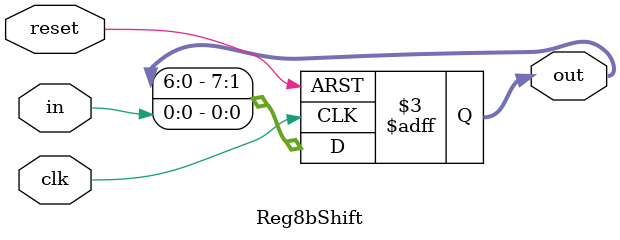
<source format=v>
`timescale 1ns / 1ps
module Reg8bShift(clk,reset,in,out);
input wire clk, reset,in;
output reg [7:0] out = 4'b0000;
always @ (negedge clk or posedge reset)
begin
	if (reset)
		begin
		out<=8'b00000000;
		end
	else
		begin
		out<={out[6:0],in};
		end
end
endmodule

</source>
